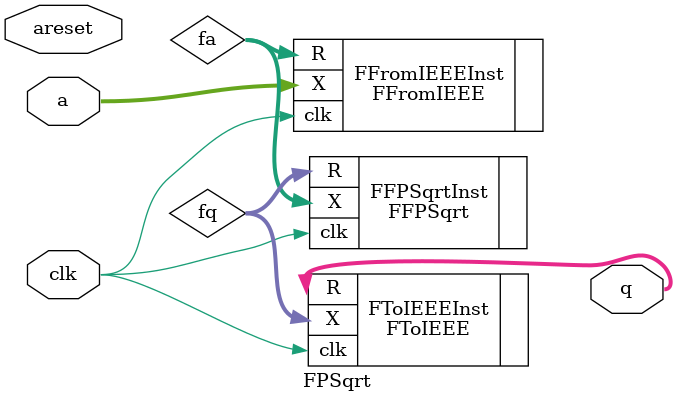
<source format=v>
module FPSqrt (
    input  clk,
    input  areset,
    input  wire [31:0] a,
    output wire [31:0] q
  );

  wire [33:0] fa;
  wire [33:0] fq;

  FFromIEEE FFromIEEEInst (
    .clk(clk),
    .X(a),
    .R(fa)
  );

  FFPSqrt FFPSqrtInst (
    .clk(clk),
    .X(fa),
    .R(fq)
  );

  FToIEEE FToIEEEInst (
    .clk(clk),
    .X(fq),
    .R(q)
  );

endmodule

</source>
